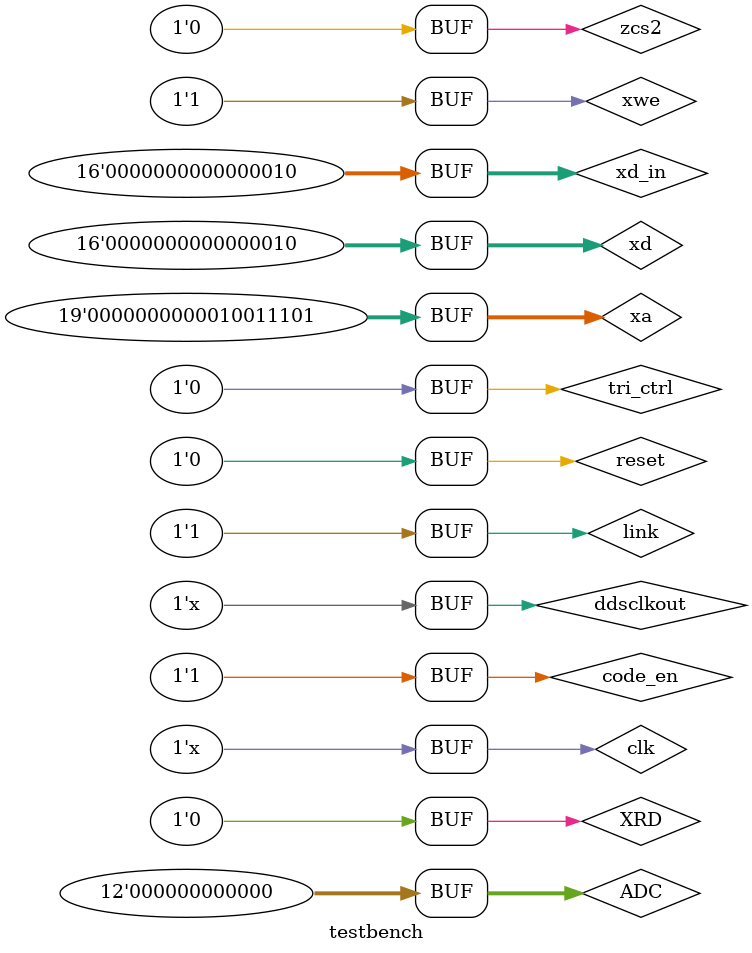
<source format=v>

`timescale 1ns/1ps

module testbench;

reg  zcs2;
reg  xwe;
reg  clk;
reg  ddsclkout;
reg  tri_ctrl;
reg  reset;
reg  [18:0] xa;
reg code_en;
reg[11:0] ADC;
reg XRD;

wire  [15:0] xd;

//wire ddsfqud;
//wire ddsreset;
//wire ddswclk;
//wire ddsdata;

wire GLA;
wire rt_sw;
wire soft_dump;
wire sw_acq1;
wire sw_acq2;
wire pulse_start;
wire pd_pulse_en;
wire Q1Q8;
wire Q3Q6;
wire Q4Q5;
wire Q2Q7;
wire dumpon;
wire dumpoff;
wire calcuinter;
wire sigtimeup;
//wire k1;
//wire k2;
wire Acq_clk;
wire sd_acq_en;
wire s_acq180;
//wire relayclose_on;
wire cal_out;
wire interupt;



reg link;
reg [15:0] xd_in;
assign xd=link?xd_in:16'bzzzzzzzzzzzzzzzz;

initial
    begin
      zcs2 = 1'b0 ;              //0ÓÐÐ§
      xwe = 1'b0;                //ÉÏÉýÑØ¼ì²âµçÂ·
      clk = 1'b0;
      ddsclkout = 1'b0;
      tri_ctrl = 1'b0;           //0ÓÐÐ§
      reset = 1;
      link = 1;
      xa = 19'd0;
      xd_in = 16'd0;
      code_en = 1'b0;

      XRD = 1'b0;
      ADC = 12'd0;
    end

initial
    begin
      #500
        reset = 0;
      #500
        zcs2 = 1'b0 ;
        xwe = 1'b1;                //ÉÏÉýÑØ¼ì²âµçÂ·
        tri_ctrl = 1'b0;
        code_en = 1'b1;
      
      #50
        xa = 'h0008;               //¸´Î»scantop
      #50
        xa = 'h0009;               //¸´Î»½áÊøscantop
      #50
        xa = 'h000B;               //Æô¶¯¹Ø±Õ
      #50
        xa = 'h0096;               //¸´Î»
      #50
        xa = 'h0068;               //¸´Î»
      #50
        xa = 'h006A;               //¸´Î»
/***************************×°ÔØËùÓÐscan×´Ì¬»ú²ÎÊý*********************************/
      #50
        xa = 'h0094;
        xd_in = 16'd0;
      #50
        xa = 'h0097;
        xd_in = 16'd7200;    //plusetime90
      #50
        xa = 'h0095;       //Ê¹ÄÜload
      #50
        xa = 'h0096;       //È¡Ïûload

      #50
        xa = 'h0093;
        xd_in = 16'd0;
      #50
        xa = 'h0097;
        xd_in = 16'd21000;    //plusetime90
      #50
        xa = 'h0095;       //Ê¹ÄÜload
      #50
        xa = 'h0096;       //È¡Ïûload



/*************************************×°ÔØdump²ÎÊý*************************************/
      #50
        xa = 'h0071;
        xd_in = 16'd0;
      #50
        xa = 'h0072;
        xd_in = 16'd280;    //
      #50
        xa = 'h0069;     //Ê¹ÄÜload
      #50
        xa = 'h006A;     //È¡Ïûload

      #50
        xa = 'h0071;
        xd_in = 16'd1;
      #50
        xa = 'h0072;
        xd_in = 16'd380;    //
      #50
        xa = 'h0069;     //Ê¹ÄÜload
      #50
        xa = 'h006A;     //È¡Ïûload

      #50
        xa = 'h0071;
        xd_in = 16'd2;
      #50
        xa = 'h0072;
        xd_in = 16'd660;    //
      #50
        xa = 'h0069;     //Ê¹ÄÜload
      #50
        xa = 'h006A;     //È¡Ïûload

      #50
        xa = 'h0071;
        xd_in = 16'd3;
      #50
        xa = 'h0072;
        xd_in = 16'd760;    //
      #50
        xa = 'h0069;     //Ê¹ÄÜload
      #50
        xa = 'h006A;     //È¡Ïûload

      #50
        xa = 'h0071;
        xd_in = 16'd4;
      #50
        xa = 'h0072;
        xd_in = 16'd1040;    //
      #50
        xa = 'h0069;     //Ê¹ÄÜload
      #50
        xa = 'h006A;     //È¡Ïûload

      #50
        xa = 'h0071;
        xd_in = 16'd5;
      #50
        xa = 'h0072;
        xd_in = 16'd3040;    //
      #50
        xa = 'h0069;     //Ê¹ÄÜload
      #50
        xa = 'h006A;     //È¡Ïûload

/*----------------CALÄ£¿é²ÎÊý¼ÓÔØ--------------------------*/
      #50
        xa = 'h001A;
        xd_in = 16'd32;
      #50
        xa = 'h001B;     //Ê¹ÄÜload
      #50
        xa = 'h001C;     //È¡Ïûload

/*****************************************************************/
      #50
        xa = 'h0060;     //Mode = 2     //ÎªÁË×°ÔØs_periodnum²ÎÊý.ÐèÒªÏÈÑ¡ÔñÉ¨ÆµÍ¨µÀ
        xd_in = 16'd2;

      #50
        xa = 'h0026;
        xd_in = 16'd8;   //read_scan_parameterº¯ÊýÖÐ×°ÔØ
      #50
        xa = 'h0027;
        xd_in = 16'd1;   //scan_load = 1
      #50
        xa = 'h0028;
        xd_in = 16'd1;   //scan_load = 0

      #50
        xa = 'h0025;                           //É¨Æµs_acqnumÓÉµØÖ·ÒëÂë´«µÝ
        xd_in = 16'd136;
      #50
        xa = 'h0027;     //Ê¹ÄÜload
      #50
        xa = 'h0028;     //È¡Ïûload

/************************************¿ª¹Ø¿ØÖÆ*******************************/
      #50
        xa = 'h0060;     //change = 2
        xd_in = 16'd2;
/************************************Æô¶¯***********************************/
      #50
        xa = 'h000A;     //Æô¶¯

      #50
        xa = 'h009D;     //Æô¶¯  clk_en
    end

always 
    #17.635 ddsclkout <= !ddsclkout;        //ddsÊ±ÖÓ886K
always 
    #12.5 clk <= !clk;

NMR_TOP NMR_TOP_0
(
.zcs2(zcs2),
.xwe(xwe),
.OCX40MHz(clk),
.GLA(GLA),
.ddsclkout(ddsclkout),
.tri_ctrl(tri_ctrl),
.gpio(reset),
.xa(xa),
.xd(xd),
.code_en(code_en),
.ADC(ADC),
.XRD(XRD),

//.ddsfqud(ddsfqud),
//.ddsreset(ddsreset),
//.ddswclk(ddswclk),
//.ddsdata(ddsdata),
.rt_sw(rt_sw),
.soft_dump(soft_dump),
.sw_acq1(sw_acq1),
.sw_acq2(sw_acq2),
.pulse_start(pulse_start),
.pd_pulse_en(pd_pulse_en),
.Q1Q8(Q1Q8),
.Q3Q6(Q3Q6),
.Q4Q5(Q4Q5),
.Q2Q7(Q2Q7),
.dumpon(dumpon),
.dumpoff(dumpoff),
.calcuinter(calcuinter),
.sigtimeup(sigtimeup),
//.k1(k1),
//.k2(k2),
.Acq_clk(Acq_clk),
.sd_acq_en(sd_acq_en),
.s_acq180(s_acq180),
//.relayclose_on(relayclose_on),
.cal_out(cal_out),
.interupt(interupt)
);

endmodule

</source>
